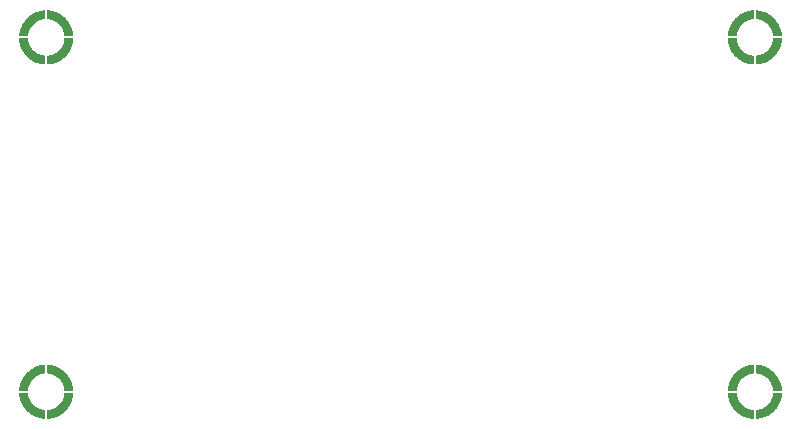
<source format=gtp>
G04 Layer: TopPasteMaskLayer*
G04 EasyEDA v6.5.22, 2023-04-21 16:03:43*
G04 4c68439a23b5444c8928c868920feb27,770f932475b44407b2c7c1ef503837d0,10*
G04 Gerber Generator version 0.2*
G04 Scale: 100 percent, Rotated: No, Reflected: No *
G04 Dimensions in millimeters *
G04 leading zeros omitted , absolute positions ,4 integer and 5 decimal *
%FSLAX45Y45*%
%MOMM*%

%ADD10C,0.0001*%

%LPD*%
G36*
X-5990348Y229692D02*
G01*
X-5990348Y154691D01*
X-5984623Y154226D01*
X-5978918Y153548D01*
X-5973241Y152659D01*
X-5967602Y151561D01*
X-5962007Y150253D01*
X-5956467Y148742D01*
X-5950983Y147025D01*
X-5945568Y145105D01*
X-5940229Y142986D01*
X-5934971Y140672D01*
X-5929802Y138163D01*
X-5924730Y135465D01*
X-5919762Y132582D01*
X-5914903Y129517D01*
X-5910163Y126271D01*
X-5905545Y122854D01*
X-5901057Y119268D01*
X-5896703Y115516D01*
X-5892495Y111607D01*
X-5888433Y107546D01*
X-5884524Y103337D01*
X-5880773Y98983D01*
X-5877186Y94495D01*
X-5873770Y89877D01*
X-5870524Y85138D01*
X-5867458Y80279D01*
X-5864575Y75310D01*
X-5861878Y70238D01*
X-5859368Y65069D01*
X-5857054Y59811D01*
X-5854936Y54472D01*
X-5853015Y49057D01*
X-5851298Y43573D01*
X-5849787Y38033D01*
X-5848479Y32438D01*
X-5847382Y26799D01*
X-5846493Y21122D01*
X-5845815Y15417D01*
X-5845350Y9692D01*
X-5770349Y9692D01*
X-5770750Y16654D01*
X-5771365Y23599D01*
X-5772188Y30523D01*
X-5773221Y37419D01*
X-5774463Y44282D01*
X-5775911Y51102D01*
X-5777567Y57876D01*
X-5779427Y64597D01*
X-5781489Y71257D01*
X-5783752Y77853D01*
X-5786216Y84376D01*
X-5788875Y90822D01*
X-5791728Y97185D01*
X-5794773Y103459D01*
X-5798007Y109636D01*
X-5801426Y115714D01*
X-5805027Y121683D01*
X-5808809Y127543D01*
X-5812767Y133283D01*
X-5816897Y138904D01*
X-5821194Y144393D01*
X-5825657Y149753D01*
X-5830280Y154973D01*
X-5835058Y160050D01*
X-5839990Y164983D01*
X-5845068Y169760D01*
X-5850288Y174383D01*
X-5855647Y178846D01*
X-5861136Y183144D01*
X-5866757Y187274D01*
X-5872497Y191231D01*
X-5878357Y195013D01*
X-5884326Y198615D01*
X-5890404Y202034D01*
X-5896582Y205267D01*
X-5902855Y208313D01*
X-5909218Y211165D01*
X-5915665Y213824D01*
X-5922187Y216288D01*
X-5928784Y218551D01*
X-5935444Y220614D01*
X-5942164Y222473D01*
X-5948939Y224129D01*
X-5955758Y225577D01*
X-5962622Y226819D01*
X-5969518Y227853D01*
X-5976442Y228676D01*
X-5983386Y229290D01*
G37*
G36*
X-6009645Y-229692D02*
G01*
X-6009645Y-154691D01*
X-6015370Y-154226D01*
X-6021075Y-153548D01*
X-6026751Y-152659D01*
X-6032390Y-151561D01*
X-6037986Y-150253D01*
X-6043526Y-148742D01*
X-6049010Y-147025D01*
X-6054425Y-145105D01*
X-6059764Y-142986D01*
X-6065022Y-140672D01*
X-6070191Y-138163D01*
X-6075263Y-135465D01*
X-6080231Y-132582D01*
X-6085090Y-129517D01*
X-6089830Y-126271D01*
X-6094448Y-122854D01*
X-6098936Y-119268D01*
X-6103289Y-115516D01*
X-6107498Y-111607D01*
X-6111560Y-107546D01*
X-6115469Y-103337D01*
X-6119220Y-98983D01*
X-6122807Y-94495D01*
X-6126223Y-89877D01*
X-6129469Y-85138D01*
X-6132535Y-80279D01*
X-6135418Y-75310D01*
X-6138115Y-70238D01*
X-6140625Y-65069D01*
X-6142939Y-59811D01*
X-6145057Y-54472D01*
X-6146977Y-49057D01*
X-6148694Y-43573D01*
X-6150206Y-38033D01*
X-6151514Y-32438D01*
X-6152611Y-26799D01*
X-6153500Y-21122D01*
X-6154178Y-15417D01*
X-6154643Y-9692D01*
X-6229644Y-9692D01*
X-6229243Y-16654D01*
X-6228628Y-23599D01*
X-6227805Y-30523D01*
X-6226771Y-37419D01*
X-6225529Y-44282D01*
X-6224082Y-51102D01*
X-6222425Y-57876D01*
X-6220566Y-64597D01*
X-6218504Y-71257D01*
X-6216241Y-77853D01*
X-6213777Y-84376D01*
X-6211117Y-90822D01*
X-6208265Y-97185D01*
X-6205219Y-103459D01*
X-6201986Y-109636D01*
X-6198567Y-115714D01*
X-6194966Y-121683D01*
X-6191183Y-127543D01*
X-6187226Y-133283D01*
X-6183096Y-138904D01*
X-6178798Y-144393D01*
X-6174336Y-149753D01*
X-6169713Y-154973D01*
X-6164935Y-160050D01*
X-6160002Y-164983D01*
X-6154925Y-169760D01*
X-6149705Y-174383D01*
X-6144346Y-178846D01*
X-6138857Y-183144D01*
X-6133236Y-187274D01*
X-6127495Y-191231D01*
X-6121636Y-195013D01*
X-6115667Y-198615D01*
X-6109588Y-202034D01*
X-6103411Y-205267D01*
X-6097137Y-208313D01*
X-6090775Y-211165D01*
X-6084328Y-213824D01*
X-6077805Y-216288D01*
X-6071209Y-218551D01*
X-6064549Y-220614D01*
X-6057828Y-222473D01*
X-6051054Y-224129D01*
X-6044234Y-225577D01*
X-6037371Y-226819D01*
X-6030475Y-227853D01*
X-6023551Y-228676D01*
X-6016607Y-229290D01*
G37*
G36*
X-6229685Y9649D02*
G01*
X-6154684Y9649D01*
X-6154216Y15374D01*
X-6153536Y21079D01*
X-6152652Y26756D01*
X-6151554Y32392D01*
X-6150241Y37990D01*
X-6148735Y43527D01*
X-6147015Y49014D01*
X-6145093Y54429D01*
X-6142974Y59768D01*
X-6140665Y65026D01*
X-6138153Y70195D01*
X-6135453Y75267D01*
X-6132573Y80236D01*
X-6129507Y85095D01*
X-6126264Y89834D01*
X-6122842Y94452D01*
X-6119256Y98940D01*
X-6115504Y103294D01*
X-6111595Y107502D01*
X-6107539Y111561D01*
X-6103330Y115473D01*
X-6098974Y119225D01*
X-6094486Y122811D01*
X-6089870Y126227D01*
X-6085131Y129473D01*
X-6080272Y132537D01*
X-6075304Y135420D01*
X-6070226Y138120D01*
X-6065060Y140629D01*
X-6059799Y142941D01*
X-6054460Y145059D01*
X-6049048Y146982D01*
X-6043561Y148699D01*
X-6038027Y150210D01*
X-6032426Y151518D01*
X-6026787Y152615D01*
X-6021110Y153504D01*
X-6015408Y154183D01*
X-6009685Y154647D01*
X-6009685Y229649D01*
X-6016642Y229247D01*
X-6023587Y228633D01*
X-6030511Y227810D01*
X-6037409Y226776D01*
X-6044272Y225531D01*
X-6051092Y224086D01*
X-6057869Y222430D01*
X-6064585Y220568D01*
X-6071250Y218508D01*
X-6077841Y216245D01*
X-6084366Y213779D01*
X-6090813Y211122D01*
X-6097176Y208269D01*
X-6103447Y205224D01*
X-6109629Y201990D01*
X-6115705Y198572D01*
X-6121671Y194970D01*
X-6127531Y191188D01*
X-6133277Y187231D01*
X-6138895Y183100D01*
X-6144381Y178803D01*
X-6149741Y174340D01*
X-6154961Y169717D01*
X-6160041Y164937D01*
X-6164971Y160007D01*
X-6169753Y154927D01*
X-6174374Y149707D01*
X-6178839Y144350D01*
X-6183134Y138861D01*
X-6187262Y133240D01*
X-6191219Y127500D01*
X-6195006Y121640D01*
X-6198603Y115671D01*
X-6202024Y109593D01*
X-6205255Y103413D01*
X-6208306Y97142D01*
X-6211155Y90777D01*
X-6213812Y84333D01*
X-6216276Y77807D01*
X-6218544Y71213D01*
X-6220602Y64554D01*
X-6222461Y57833D01*
X-6224117Y51059D01*
X-6225567Y44236D01*
X-6226807Y37376D01*
X-6227846Y30480D01*
X-6228669Y23553D01*
X-6229278Y16609D01*
G37*
G36*
X-5770298Y-9646D02*
G01*
X-5845299Y-9646D01*
X-5845761Y-15374D01*
X-5846439Y-21079D01*
X-5847328Y-26753D01*
X-5848428Y-32392D01*
X-5849736Y-37988D01*
X-5851245Y-43527D01*
X-5852962Y-49014D01*
X-5854887Y-54427D01*
X-5857006Y-59766D01*
X-5859315Y-65026D01*
X-5861824Y-70195D01*
X-5864527Y-75265D01*
X-5867410Y-80233D01*
X-5870475Y-85092D01*
X-5873719Y-89832D01*
X-5877135Y-94452D01*
X-5880719Y-98940D01*
X-5884473Y-103291D01*
X-5888385Y-107500D01*
X-5892444Y-111561D01*
X-5896653Y-115473D01*
X-5901004Y-119225D01*
X-5905492Y-122809D01*
X-5910112Y-126225D01*
X-5914852Y-129471D01*
X-5919711Y-132537D01*
X-5924679Y-135420D01*
X-5929749Y-138120D01*
X-5934918Y-140627D01*
X-5940178Y-142941D01*
X-5945517Y-145059D01*
X-5950930Y-146979D01*
X-5956419Y-148696D01*
X-5961954Y-150207D01*
X-5967554Y-151516D01*
X-5973190Y-152613D01*
X-5978865Y-153504D01*
X-5984570Y-154180D01*
X-5990297Y-154645D01*
X-5990297Y-229646D01*
X-5983338Y-229247D01*
X-5976393Y-228630D01*
X-5969467Y-227807D01*
X-5962573Y-226773D01*
X-5955710Y-225531D01*
X-5948885Y-224083D01*
X-5942114Y-222427D01*
X-5935393Y-220568D01*
X-5928730Y-218506D01*
X-5922139Y-216245D01*
X-5915611Y-213779D01*
X-5909170Y-211122D01*
X-5902802Y-208267D01*
X-5896533Y-205221D01*
X-5890353Y-201988D01*
X-5884278Y-198569D01*
X-5878304Y-194967D01*
X-5872446Y-191185D01*
X-5866704Y-187228D01*
X-5861088Y-183100D01*
X-5855594Y-178800D01*
X-5850239Y-174337D01*
X-5845020Y-169715D01*
X-5839942Y-164937D01*
X-5835009Y-160004D01*
X-5830229Y-154927D01*
X-5825609Y-149707D01*
X-5821144Y-144350D01*
X-5816843Y-138859D01*
X-5812716Y-133238D01*
X-5808759Y-127497D01*
X-5804974Y-121640D01*
X-5801375Y-115669D01*
X-5797953Y-109590D01*
X-5794722Y-103413D01*
X-5791674Y-97142D01*
X-5788822Y-90777D01*
X-5786168Y-84330D01*
X-5783699Y-77807D01*
X-5781436Y-71211D01*
X-5779378Y-64551D01*
X-5777517Y-57830D01*
X-5775860Y-51059D01*
X-5774415Y-44236D01*
X-5773171Y-37373D01*
X-5772137Y-30477D01*
X-5771314Y-23553D01*
X-5770697Y-16609D01*
G37*
G36*
X-5990348Y-2770301D02*
G01*
X-5990348Y-2845302D01*
X-5984623Y-2845767D01*
X-5978918Y-2846445D01*
X-5973241Y-2847334D01*
X-5967602Y-2848432D01*
X-5962007Y-2849740D01*
X-5956467Y-2851251D01*
X-5950983Y-2852968D01*
X-5945568Y-2854888D01*
X-5940229Y-2857007D01*
X-5934971Y-2859321D01*
X-5929802Y-2861830D01*
X-5924730Y-2864528D01*
X-5919762Y-2867411D01*
X-5914903Y-2870476D01*
X-5910163Y-2873722D01*
X-5905545Y-2877139D01*
X-5901057Y-2880725D01*
X-5896703Y-2884477D01*
X-5892495Y-2888386D01*
X-5888433Y-2892447D01*
X-5884524Y-2896656D01*
X-5880773Y-2901010D01*
X-5877186Y-2905498D01*
X-5873770Y-2910116D01*
X-5870524Y-2914855D01*
X-5867458Y-2919714D01*
X-5864575Y-2924682D01*
X-5861878Y-2929755D01*
X-5859368Y-2934924D01*
X-5857054Y-2940182D01*
X-5854936Y-2945521D01*
X-5853015Y-2950936D01*
X-5851298Y-2956420D01*
X-5849787Y-2961960D01*
X-5848479Y-2967555D01*
X-5847382Y-2973194D01*
X-5846493Y-2978871D01*
X-5845815Y-2984576D01*
X-5845350Y-2990301D01*
X-5770349Y-2990301D01*
X-5770750Y-2983339D01*
X-5771365Y-2976394D01*
X-5772188Y-2969470D01*
X-5773221Y-2962574D01*
X-5774463Y-2955711D01*
X-5775911Y-2948891D01*
X-5777567Y-2942117D01*
X-5779427Y-2935396D01*
X-5781489Y-2928736D01*
X-5783752Y-2922140D01*
X-5786216Y-2915617D01*
X-5788875Y-2909171D01*
X-5791728Y-2902808D01*
X-5794773Y-2896534D01*
X-5798007Y-2890357D01*
X-5801426Y-2884279D01*
X-5805027Y-2878310D01*
X-5808809Y-2872450D01*
X-5812767Y-2866710D01*
X-5816897Y-2861089D01*
X-5821194Y-2855600D01*
X-5825657Y-2850240D01*
X-5830280Y-2845020D01*
X-5835058Y-2839943D01*
X-5839990Y-2835010D01*
X-5845068Y-2830233D01*
X-5850288Y-2825610D01*
X-5855647Y-2821147D01*
X-5861136Y-2816849D01*
X-5866757Y-2812719D01*
X-5872497Y-2808762D01*
X-5878357Y-2804980D01*
X-5884326Y-2801378D01*
X-5890404Y-2797959D01*
X-5896582Y-2794726D01*
X-5902855Y-2791680D01*
X-5909218Y-2788828D01*
X-5915665Y-2786169D01*
X-5922187Y-2783705D01*
X-5928784Y-2781442D01*
X-5935444Y-2779379D01*
X-5942164Y-2777520D01*
X-5948939Y-2775864D01*
X-5955758Y-2774416D01*
X-5962622Y-2773174D01*
X-5969518Y-2772140D01*
X-5976442Y-2771317D01*
X-5983386Y-2770703D01*
G37*
G36*
X-6009645Y-3229686D02*
G01*
X-6009645Y-3154685D01*
X-6015370Y-3154220D01*
X-6021075Y-3153542D01*
X-6026751Y-3152653D01*
X-6032390Y-3151555D01*
X-6037986Y-3150247D01*
X-6043526Y-3148736D01*
X-6049010Y-3147019D01*
X-6054425Y-3145099D01*
X-6059764Y-3142980D01*
X-6065022Y-3140666D01*
X-6070191Y-3138157D01*
X-6075263Y-3135459D01*
X-6080231Y-3132576D01*
X-6085090Y-3129511D01*
X-6089830Y-3126265D01*
X-6094448Y-3122848D01*
X-6098936Y-3119262D01*
X-6103289Y-3115510D01*
X-6107498Y-3111601D01*
X-6111560Y-3107540D01*
X-6115469Y-3103331D01*
X-6119220Y-3098977D01*
X-6122807Y-3094489D01*
X-6126223Y-3089871D01*
X-6129469Y-3085132D01*
X-6132535Y-3080273D01*
X-6135418Y-3075305D01*
X-6138115Y-3070232D01*
X-6140625Y-3065063D01*
X-6142939Y-3059805D01*
X-6145057Y-3054466D01*
X-6146977Y-3049051D01*
X-6148694Y-3043567D01*
X-6150206Y-3038027D01*
X-6151514Y-3032432D01*
X-6152611Y-3026793D01*
X-6153500Y-3021116D01*
X-6154178Y-3015411D01*
X-6154643Y-3009686D01*
X-6229644Y-3009686D01*
X-6229243Y-3016648D01*
X-6228628Y-3023593D01*
X-6227805Y-3030517D01*
X-6226771Y-3037413D01*
X-6225529Y-3044276D01*
X-6224082Y-3051096D01*
X-6222425Y-3057870D01*
X-6220566Y-3064591D01*
X-6218504Y-3071251D01*
X-6216241Y-3077847D01*
X-6213777Y-3084370D01*
X-6211117Y-3090816D01*
X-6208265Y-3097179D01*
X-6205219Y-3103453D01*
X-6201986Y-3109630D01*
X-6198567Y-3115708D01*
X-6194966Y-3121677D01*
X-6191183Y-3127537D01*
X-6187226Y-3133277D01*
X-6183096Y-3138898D01*
X-6178798Y-3144387D01*
X-6174336Y-3149747D01*
X-6169713Y-3154967D01*
X-6164935Y-3160044D01*
X-6160002Y-3164977D01*
X-6154925Y-3169754D01*
X-6149705Y-3174377D01*
X-6144346Y-3178840D01*
X-6138857Y-3183138D01*
X-6133236Y-3187268D01*
X-6127495Y-3191225D01*
X-6121636Y-3195007D01*
X-6115667Y-3198609D01*
X-6109588Y-3202028D01*
X-6103411Y-3205261D01*
X-6097137Y-3208307D01*
X-6090775Y-3211159D01*
X-6084328Y-3213818D01*
X-6077805Y-3216282D01*
X-6071209Y-3218545D01*
X-6064549Y-3220608D01*
X-6057828Y-3222467D01*
X-6051054Y-3224123D01*
X-6044234Y-3225571D01*
X-6037371Y-3226813D01*
X-6030475Y-3227847D01*
X-6023551Y-3228670D01*
X-6016607Y-3229284D01*
G37*
G36*
X-6229685Y-2990344D02*
G01*
X-6154684Y-2990344D01*
X-6154216Y-2984619D01*
X-6153536Y-2978914D01*
X-6152652Y-2973237D01*
X-6151554Y-2967601D01*
X-6150241Y-2962003D01*
X-6148735Y-2956466D01*
X-6147015Y-2950979D01*
X-6145093Y-2945564D01*
X-6142974Y-2940225D01*
X-6140665Y-2934967D01*
X-6138153Y-2929798D01*
X-6135453Y-2924726D01*
X-6132573Y-2919757D01*
X-6129507Y-2914898D01*
X-6126264Y-2910159D01*
X-6122842Y-2905541D01*
X-6119256Y-2901053D01*
X-6115504Y-2896699D01*
X-6111595Y-2892491D01*
X-6107539Y-2888432D01*
X-6103330Y-2884520D01*
X-6098974Y-2880768D01*
X-6094486Y-2877182D01*
X-6089870Y-2873766D01*
X-6085131Y-2870520D01*
X-6080272Y-2867456D01*
X-6075304Y-2864573D01*
X-6070226Y-2861873D01*
X-6065060Y-2859364D01*
X-6059799Y-2857052D01*
X-6054460Y-2854934D01*
X-6049048Y-2853011D01*
X-6043561Y-2851294D01*
X-6038027Y-2849783D01*
X-6032426Y-2848475D01*
X-6026787Y-2847378D01*
X-6021110Y-2846489D01*
X-6015408Y-2845810D01*
X-6009685Y-2845346D01*
X-6009685Y-2770344D01*
X-6016642Y-2770746D01*
X-6023587Y-2771360D01*
X-6030511Y-2772183D01*
X-6037409Y-2773217D01*
X-6044272Y-2774462D01*
X-6051092Y-2775907D01*
X-6057869Y-2777563D01*
X-6064585Y-2779425D01*
X-6071250Y-2781485D01*
X-6077841Y-2783748D01*
X-6084366Y-2786214D01*
X-6090813Y-2788871D01*
X-6097176Y-2791724D01*
X-6103447Y-2794769D01*
X-6109629Y-2798003D01*
X-6115705Y-2801421D01*
X-6121671Y-2805023D01*
X-6127531Y-2808805D01*
X-6133277Y-2812762D01*
X-6138895Y-2816893D01*
X-6144381Y-2821190D01*
X-6149741Y-2825653D01*
X-6154961Y-2830276D01*
X-6160041Y-2835056D01*
X-6164971Y-2839986D01*
X-6169753Y-2845066D01*
X-6174374Y-2850286D01*
X-6178839Y-2855643D01*
X-6183134Y-2861132D01*
X-6187262Y-2866753D01*
X-6191219Y-2872493D01*
X-6195006Y-2878353D01*
X-6198603Y-2884322D01*
X-6202024Y-2890400D01*
X-6205255Y-2896580D01*
X-6208306Y-2902851D01*
X-6211155Y-2909216D01*
X-6213812Y-2915660D01*
X-6216276Y-2922186D01*
X-6218544Y-2928780D01*
X-6220602Y-2935439D01*
X-6222461Y-2942160D01*
X-6224117Y-2948934D01*
X-6225567Y-2955757D01*
X-6226807Y-2962617D01*
X-6227846Y-2969514D01*
X-6228669Y-2976440D01*
X-6229278Y-2983384D01*
G37*
G36*
X-5770298Y-3009640D02*
G01*
X-5845299Y-3009640D01*
X-5845761Y-3015368D01*
X-5846439Y-3021073D01*
X-5847328Y-3026747D01*
X-5848428Y-3032386D01*
X-5849736Y-3037982D01*
X-5851245Y-3043521D01*
X-5852962Y-3049008D01*
X-5854887Y-3054421D01*
X-5857006Y-3059760D01*
X-5859315Y-3065020D01*
X-5861824Y-3070189D01*
X-5864527Y-3075259D01*
X-5867410Y-3080227D01*
X-5870475Y-3085086D01*
X-5873719Y-3089826D01*
X-5877135Y-3094446D01*
X-5880719Y-3098934D01*
X-5884473Y-3103285D01*
X-5888385Y-3107494D01*
X-5892444Y-3111555D01*
X-5896653Y-3115467D01*
X-5901004Y-3119219D01*
X-5905492Y-3122802D01*
X-5910112Y-3126219D01*
X-5914852Y-3129465D01*
X-5919711Y-3132531D01*
X-5924679Y-3135414D01*
X-5929749Y-3138114D01*
X-5934918Y-3140621D01*
X-5940178Y-3142935D01*
X-5945517Y-3145053D01*
X-5950930Y-3146973D01*
X-5956419Y-3148690D01*
X-5961954Y-3150201D01*
X-5967554Y-3151510D01*
X-5973190Y-3152607D01*
X-5978865Y-3153498D01*
X-5984570Y-3154174D01*
X-5990297Y-3154639D01*
X-5990297Y-3229640D01*
X-5983338Y-3229241D01*
X-5976393Y-3228624D01*
X-5969467Y-3227801D01*
X-5962573Y-3226767D01*
X-5955710Y-3225525D01*
X-5948885Y-3224077D01*
X-5942114Y-3222421D01*
X-5935393Y-3220562D01*
X-5928730Y-3218500D01*
X-5922139Y-3216239D01*
X-5915611Y-3213773D01*
X-5909170Y-3211116D01*
X-5902802Y-3208261D01*
X-5896533Y-3205215D01*
X-5890353Y-3201982D01*
X-5884278Y-3198563D01*
X-5878304Y-3194961D01*
X-5872446Y-3191179D01*
X-5866704Y-3187222D01*
X-5861088Y-3183094D01*
X-5855594Y-3178794D01*
X-5850239Y-3174331D01*
X-5845020Y-3169709D01*
X-5839942Y-3164931D01*
X-5835009Y-3159998D01*
X-5830229Y-3154921D01*
X-5825609Y-3149701D01*
X-5821144Y-3144344D01*
X-5816843Y-3138853D01*
X-5812716Y-3133232D01*
X-5808759Y-3127491D01*
X-5804974Y-3121634D01*
X-5801375Y-3115663D01*
X-5797953Y-3109584D01*
X-5794722Y-3103407D01*
X-5791674Y-3097136D01*
X-5788822Y-3090771D01*
X-5786168Y-3084324D01*
X-5783699Y-3077801D01*
X-5781436Y-3071205D01*
X-5779378Y-3064545D01*
X-5777517Y-3057824D01*
X-5775860Y-3051053D01*
X-5774415Y-3044230D01*
X-5773171Y-3037367D01*
X-5772137Y-3030471D01*
X-5771314Y-3023547D01*
X-5770697Y-3016603D01*
G37*
G36*
X9639Y-2770301D02*
G01*
X9639Y-2845302D01*
X15364Y-2845767D01*
X21069Y-2846445D01*
X26746Y-2847334D01*
X32385Y-2848432D01*
X37980Y-2849740D01*
X43520Y-2851251D01*
X49004Y-2852968D01*
X54419Y-2854888D01*
X59758Y-2857007D01*
X65016Y-2859321D01*
X70185Y-2861830D01*
X75257Y-2864528D01*
X80225Y-2867411D01*
X85084Y-2870476D01*
X89824Y-2873722D01*
X94442Y-2877139D01*
X98930Y-2880725D01*
X103284Y-2884477D01*
X107492Y-2888386D01*
X111554Y-2892447D01*
X115463Y-2896656D01*
X119214Y-2901010D01*
X122801Y-2905498D01*
X126217Y-2910116D01*
X129463Y-2914855D01*
X132529Y-2919714D01*
X135412Y-2924682D01*
X138109Y-2929755D01*
X140619Y-2934924D01*
X142933Y-2940182D01*
X145051Y-2945521D01*
X146972Y-2950936D01*
X148689Y-2956420D01*
X150200Y-2961960D01*
X151508Y-2967555D01*
X152605Y-2973194D01*
X153494Y-2978871D01*
X154172Y-2984576D01*
X154637Y-2990301D01*
X229638Y-2990301D01*
X229237Y-2983339D01*
X228622Y-2976394D01*
X227799Y-2969470D01*
X226766Y-2962574D01*
X225524Y-2955711D01*
X224076Y-2948891D01*
X222420Y-2942117D01*
X220560Y-2935396D01*
X218498Y-2928736D01*
X216235Y-2922140D01*
X213771Y-2915617D01*
X211112Y-2909171D01*
X208259Y-2902808D01*
X205214Y-2896534D01*
X201980Y-2890357D01*
X198561Y-2884279D01*
X194960Y-2878310D01*
X191178Y-2872450D01*
X187220Y-2866710D01*
X183090Y-2861089D01*
X178793Y-2855600D01*
X174330Y-2850240D01*
X169707Y-2845020D01*
X164929Y-2839943D01*
X159997Y-2835010D01*
X154919Y-2830233D01*
X149699Y-2825610D01*
X144340Y-2821147D01*
X138851Y-2816849D01*
X133230Y-2812719D01*
X127490Y-2808762D01*
X121630Y-2804980D01*
X115661Y-2801378D01*
X109583Y-2797959D01*
X103405Y-2794726D01*
X97132Y-2791680D01*
X90769Y-2788828D01*
X84322Y-2786169D01*
X77800Y-2783705D01*
X71203Y-2781442D01*
X64543Y-2779379D01*
X57823Y-2777520D01*
X51048Y-2775864D01*
X44229Y-2774416D01*
X37365Y-2773174D01*
X30469Y-2772140D01*
X23545Y-2771317D01*
X16601Y-2770703D01*
G37*
G36*
X-9657Y-3229686D02*
G01*
X-9657Y-3154685D01*
X-15382Y-3154220D01*
X-21087Y-3153542D01*
X-26763Y-3152653D01*
X-32402Y-3151555D01*
X-37998Y-3150247D01*
X-43538Y-3148736D01*
X-49021Y-3147019D01*
X-54437Y-3145099D01*
X-59776Y-3142980D01*
X-65034Y-3140666D01*
X-70203Y-3138157D01*
X-75275Y-3135459D01*
X-80243Y-3132576D01*
X-85102Y-3129511D01*
X-89842Y-3126265D01*
X-94460Y-3122848D01*
X-98948Y-3119262D01*
X-103301Y-3115510D01*
X-107510Y-3111601D01*
X-111572Y-3107540D01*
X-115481Y-3103331D01*
X-119232Y-3098977D01*
X-122819Y-3094489D01*
X-126235Y-3089871D01*
X-129481Y-3085132D01*
X-132547Y-3080273D01*
X-135430Y-3075305D01*
X-138127Y-3070232D01*
X-140637Y-3065063D01*
X-142951Y-3059805D01*
X-145069Y-3054466D01*
X-146989Y-3049051D01*
X-148706Y-3043567D01*
X-150218Y-3038027D01*
X-151526Y-3032432D01*
X-152623Y-3026793D01*
X-153512Y-3021116D01*
X-154190Y-3015411D01*
X-154655Y-3009686D01*
X-229656Y-3009686D01*
X-229255Y-3016648D01*
X-228640Y-3023593D01*
X-227817Y-3030517D01*
X-226783Y-3037413D01*
X-225541Y-3044276D01*
X-224094Y-3051096D01*
X-222437Y-3057870D01*
X-220578Y-3064591D01*
X-218516Y-3071251D01*
X-216253Y-3077847D01*
X-213789Y-3084370D01*
X-211129Y-3090816D01*
X-208277Y-3097179D01*
X-205231Y-3103453D01*
X-201998Y-3109630D01*
X-198579Y-3115708D01*
X-194978Y-3121677D01*
X-191195Y-3127537D01*
X-187238Y-3133277D01*
X-183108Y-3138898D01*
X-178810Y-3144387D01*
X-174348Y-3149747D01*
X-169725Y-3154967D01*
X-164947Y-3160044D01*
X-160014Y-3164977D01*
X-154937Y-3169754D01*
X-149717Y-3174377D01*
X-144358Y-3178840D01*
X-138869Y-3183138D01*
X-133248Y-3187268D01*
X-127507Y-3191225D01*
X-121648Y-3195007D01*
X-115679Y-3198609D01*
X-109600Y-3202028D01*
X-103423Y-3205261D01*
X-97149Y-3208307D01*
X-90787Y-3211159D01*
X-84340Y-3213818D01*
X-77817Y-3216282D01*
X-71221Y-3218545D01*
X-64561Y-3220608D01*
X-57840Y-3222467D01*
X-51066Y-3224123D01*
X-44246Y-3225571D01*
X-37383Y-3226813D01*
X-30487Y-3227847D01*
X-23563Y-3228670D01*
X-16619Y-3229284D01*
G37*
G36*
X-229697Y-2990344D02*
G01*
X-154696Y-2990344D01*
X-154228Y-2984619D01*
X-153548Y-2978914D01*
X-152664Y-2973237D01*
X-151566Y-2967601D01*
X-150253Y-2962003D01*
X-148747Y-2956466D01*
X-147027Y-2950979D01*
X-145105Y-2945564D01*
X-142986Y-2940225D01*
X-140677Y-2934967D01*
X-138165Y-2929798D01*
X-135465Y-2924726D01*
X-132585Y-2919757D01*
X-129519Y-2914898D01*
X-126276Y-2910159D01*
X-122854Y-2905541D01*
X-119268Y-2901053D01*
X-115516Y-2896699D01*
X-111607Y-2892491D01*
X-107551Y-2888432D01*
X-103342Y-2884520D01*
X-98986Y-2880768D01*
X-94498Y-2877182D01*
X-89882Y-2873766D01*
X-85143Y-2870520D01*
X-80284Y-2867456D01*
X-75316Y-2864573D01*
X-70238Y-2861873D01*
X-65072Y-2859364D01*
X-59811Y-2857052D01*
X-54472Y-2854934D01*
X-49060Y-2853011D01*
X-43573Y-2851294D01*
X-38039Y-2849783D01*
X-32438Y-2848475D01*
X-26799Y-2847378D01*
X-21122Y-2846489D01*
X-15420Y-2845810D01*
X-9697Y-2845346D01*
X-9697Y-2770344D01*
X-16654Y-2770746D01*
X-23599Y-2771360D01*
X-30523Y-2772183D01*
X-37421Y-2773217D01*
X-44284Y-2774462D01*
X-51104Y-2775907D01*
X-57881Y-2777563D01*
X-64597Y-2779425D01*
X-71262Y-2781485D01*
X-77853Y-2783748D01*
X-84378Y-2786214D01*
X-90825Y-2788871D01*
X-97188Y-2791724D01*
X-103459Y-2794769D01*
X-109641Y-2798003D01*
X-115717Y-2801421D01*
X-121683Y-2805023D01*
X-127543Y-2808805D01*
X-133289Y-2812762D01*
X-138907Y-2816893D01*
X-144393Y-2821190D01*
X-149753Y-2825653D01*
X-154973Y-2830276D01*
X-160053Y-2835056D01*
X-164983Y-2839986D01*
X-169765Y-2845066D01*
X-174386Y-2850286D01*
X-178851Y-2855643D01*
X-183146Y-2861132D01*
X-187274Y-2866753D01*
X-191231Y-2872493D01*
X-195018Y-2878353D01*
X-198615Y-2884322D01*
X-202036Y-2890400D01*
X-205267Y-2896580D01*
X-208318Y-2902851D01*
X-211167Y-2909216D01*
X-213824Y-2915660D01*
X-216288Y-2922186D01*
X-218556Y-2928780D01*
X-220614Y-2935439D01*
X-222473Y-2942160D01*
X-224129Y-2948934D01*
X-225579Y-2955757D01*
X-226819Y-2962617D01*
X-227858Y-2969514D01*
X-228681Y-2976440D01*
X-229290Y-2983384D01*
G37*
G36*
X229689Y-3009640D02*
G01*
X154688Y-3009640D01*
X154226Y-3015368D01*
X153548Y-3021073D01*
X152659Y-3026747D01*
X151559Y-3032386D01*
X150251Y-3037982D01*
X148742Y-3043521D01*
X147025Y-3049008D01*
X145100Y-3054421D01*
X142981Y-3059760D01*
X140672Y-3065020D01*
X138163Y-3070189D01*
X135460Y-3075259D01*
X132577Y-3080227D01*
X129512Y-3085086D01*
X126268Y-3089826D01*
X122852Y-3094446D01*
X119268Y-3098934D01*
X115514Y-3103285D01*
X111602Y-3107494D01*
X107543Y-3111555D01*
X103334Y-3115467D01*
X98983Y-3119219D01*
X94495Y-3122802D01*
X89875Y-3126219D01*
X85135Y-3129465D01*
X80276Y-3132531D01*
X75308Y-3135414D01*
X70238Y-3138114D01*
X65069Y-3140621D01*
X59809Y-3142935D01*
X54470Y-3145053D01*
X49057Y-3146973D01*
X43568Y-3148690D01*
X38033Y-3150201D01*
X32433Y-3151510D01*
X26797Y-3152607D01*
X21122Y-3153498D01*
X15417Y-3154174D01*
X9690Y-3154639D01*
X9690Y-3229640D01*
X16649Y-3229241D01*
X23594Y-3228624D01*
X30520Y-3227801D01*
X37414Y-3226767D01*
X44277Y-3225525D01*
X51102Y-3224077D01*
X57873Y-3222421D01*
X64594Y-3220562D01*
X71257Y-3218500D01*
X77848Y-3216239D01*
X84376Y-3213773D01*
X90817Y-3211116D01*
X97185Y-3208261D01*
X103454Y-3205215D01*
X109634Y-3201982D01*
X115709Y-3198563D01*
X121683Y-3194961D01*
X127541Y-3191179D01*
X133283Y-3187222D01*
X138899Y-3183094D01*
X144393Y-3178794D01*
X149748Y-3174331D01*
X154967Y-3169709D01*
X160045Y-3164931D01*
X164978Y-3159998D01*
X169758Y-3154921D01*
X174378Y-3149701D01*
X178843Y-3144344D01*
X183144Y-3138853D01*
X187271Y-3133232D01*
X191228Y-3127491D01*
X195013Y-3121634D01*
X198612Y-3115663D01*
X202034Y-3109584D01*
X205265Y-3103407D01*
X208313Y-3097136D01*
X211165Y-3090771D01*
X213819Y-3084324D01*
X216288Y-3077801D01*
X218551Y-3071205D01*
X220609Y-3064545D01*
X222470Y-3057824D01*
X224127Y-3051053D01*
X225572Y-3044230D01*
X226816Y-3037367D01*
X227850Y-3030471D01*
X228673Y-3023547D01*
X229290Y-3016603D01*
G37*
G36*
X9639Y229689D02*
G01*
X9639Y154688D01*
X15364Y154223D01*
X21069Y153545D01*
X26746Y152656D01*
X32385Y151559D01*
X37980Y150251D01*
X43520Y148739D01*
X49004Y147022D01*
X54419Y145102D01*
X59758Y142984D01*
X65016Y140670D01*
X70185Y138160D01*
X75257Y135463D01*
X80225Y132580D01*
X85084Y129514D01*
X89824Y126268D01*
X94442Y122852D01*
X98930Y119265D01*
X103284Y115514D01*
X107492Y111605D01*
X111554Y107543D01*
X115463Y103334D01*
X119214Y98981D01*
X122801Y94493D01*
X126217Y89875D01*
X129463Y85135D01*
X132529Y80276D01*
X135412Y75308D01*
X138109Y70236D01*
X140619Y65067D01*
X142933Y59809D01*
X145051Y54470D01*
X146972Y49055D01*
X148689Y43571D01*
X150200Y38031D01*
X151508Y32435D01*
X152605Y26797D01*
X153494Y21120D01*
X154172Y15415D01*
X154637Y9690D01*
X229638Y9690D01*
X229237Y16652D01*
X228622Y23596D01*
X227799Y30520D01*
X226766Y37416D01*
X225524Y44279D01*
X224076Y51099D01*
X222420Y57873D01*
X220560Y64594D01*
X218498Y71254D01*
X216235Y77851D01*
X213771Y84373D01*
X211112Y90820D01*
X208259Y97182D01*
X205214Y103456D01*
X201980Y109634D01*
X198561Y115712D01*
X194960Y121681D01*
X191178Y127541D01*
X187220Y133281D01*
X183090Y138902D01*
X178793Y144391D01*
X174330Y149750D01*
X169707Y154970D01*
X164929Y160047D01*
X159997Y164980D01*
X154919Y169758D01*
X149699Y174381D01*
X144340Y178843D01*
X138851Y183141D01*
X133230Y187271D01*
X127490Y191228D01*
X121630Y195011D01*
X115661Y198612D01*
X109583Y202031D01*
X103405Y205265D01*
X97132Y208310D01*
X90769Y211162D01*
X84322Y213822D01*
X77800Y216286D01*
X71203Y218549D01*
X64543Y220611D01*
X57823Y222470D01*
X51048Y224127D01*
X44229Y225574D01*
X37365Y226816D01*
X30469Y227850D01*
X23545Y228673D01*
X16601Y229288D01*
G37*
G36*
X-9657Y-229694D02*
G01*
X-9657Y-154693D01*
X-15382Y-154228D01*
X-21087Y-153550D01*
X-26763Y-152661D01*
X-32402Y-151564D01*
X-37998Y-150256D01*
X-43538Y-148744D01*
X-49021Y-147027D01*
X-54437Y-145107D01*
X-59776Y-142989D01*
X-65034Y-140675D01*
X-70203Y-138165D01*
X-75275Y-135468D01*
X-80243Y-132585D01*
X-85102Y-129519D01*
X-89842Y-126273D01*
X-94460Y-122857D01*
X-98948Y-119270D01*
X-103301Y-115519D01*
X-107510Y-111610D01*
X-111572Y-107548D01*
X-115481Y-103339D01*
X-119232Y-98986D01*
X-122819Y-94498D01*
X-126235Y-89880D01*
X-129481Y-85140D01*
X-132547Y-80281D01*
X-135430Y-75313D01*
X-138127Y-70241D01*
X-140637Y-65072D01*
X-142951Y-59814D01*
X-145069Y-54475D01*
X-146989Y-49060D01*
X-148706Y-43576D01*
X-150218Y-38036D01*
X-151526Y-32440D01*
X-152623Y-26802D01*
X-153512Y-21125D01*
X-154190Y-15420D01*
X-154655Y-9695D01*
X-229656Y-9695D01*
X-229255Y-16657D01*
X-228640Y-23601D01*
X-227817Y-30525D01*
X-226783Y-37421D01*
X-225541Y-44284D01*
X-224094Y-51104D01*
X-222437Y-57878D01*
X-220578Y-64599D01*
X-218516Y-71259D01*
X-216253Y-77856D01*
X-213789Y-84378D01*
X-211129Y-90825D01*
X-208277Y-97188D01*
X-205231Y-103461D01*
X-201998Y-109639D01*
X-198579Y-115717D01*
X-194978Y-121686D01*
X-191195Y-127546D01*
X-187238Y-133286D01*
X-183108Y-138907D01*
X-178810Y-144396D01*
X-174348Y-149755D01*
X-169725Y-154975D01*
X-164947Y-160053D01*
X-160014Y-164985D01*
X-154937Y-169763D01*
X-149717Y-174386D01*
X-144358Y-178849D01*
X-138869Y-183146D01*
X-133248Y-187276D01*
X-127507Y-191234D01*
X-121648Y-195016D01*
X-115679Y-198617D01*
X-109600Y-202036D01*
X-103423Y-205270D01*
X-97149Y-208315D01*
X-90787Y-211167D01*
X-84340Y-213827D01*
X-77817Y-216291D01*
X-71221Y-218554D01*
X-64561Y-220616D01*
X-57840Y-222476D01*
X-51066Y-224132D01*
X-44246Y-225579D01*
X-37383Y-226822D01*
X-30487Y-227855D01*
X-23563Y-228678D01*
X-16619Y-229293D01*
G37*
G36*
X-229697Y9646D02*
G01*
X-154696Y9646D01*
X-154228Y15372D01*
X-153548Y21076D01*
X-152664Y26753D01*
X-151566Y32390D01*
X-150253Y37988D01*
X-148747Y43525D01*
X-147027Y49011D01*
X-145105Y54427D01*
X-142986Y59766D01*
X-140677Y65023D01*
X-138165Y70192D01*
X-135465Y75265D01*
X-132585Y80233D01*
X-129519Y85092D01*
X-126276Y89832D01*
X-122854Y94449D01*
X-119268Y98938D01*
X-115516Y103291D01*
X-111607Y107500D01*
X-107551Y111559D01*
X-103342Y115470D01*
X-98986Y119222D01*
X-94498Y122809D01*
X-89882Y126225D01*
X-85143Y129471D01*
X-80284Y132534D01*
X-75316Y135417D01*
X-70238Y138117D01*
X-65072Y140627D01*
X-59811Y142938D01*
X-54472Y145056D01*
X-49060Y146979D01*
X-43573Y148696D01*
X-38039Y150207D01*
X-32438Y151516D01*
X-26799Y152613D01*
X-21122Y153502D01*
X-15420Y154180D01*
X-9697Y154645D01*
X-9697Y229646D01*
X-16654Y229245D01*
X-23599Y228630D01*
X-30523Y227807D01*
X-37421Y226773D01*
X-44284Y225529D01*
X-51104Y224083D01*
X-57881Y222427D01*
X-64597Y220565D01*
X-71262Y218506D01*
X-77853Y216242D01*
X-84378Y213776D01*
X-90825Y211119D01*
X-97188Y208267D01*
X-103459Y205221D01*
X-109641Y201988D01*
X-115717Y198569D01*
X-121683Y194967D01*
X-127543Y191185D01*
X-133289Y187228D01*
X-138907Y183098D01*
X-144393Y178800D01*
X-149753Y174337D01*
X-154973Y169715D01*
X-160053Y164934D01*
X-164983Y160004D01*
X-169765Y154924D01*
X-174386Y149705D01*
X-178851Y144348D01*
X-183146Y138859D01*
X-187274Y133238D01*
X-191231Y127497D01*
X-195018Y121638D01*
X-198615Y115669D01*
X-202036Y109590D01*
X-205267Y103411D01*
X-208318Y97139D01*
X-211167Y90774D01*
X-213824Y84330D01*
X-216288Y77805D01*
X-218556Y71211D01*
X-220614Y64551D01*
X-222473Y57830D01*
X-224129Y51056D01*
X-225579Y44234D01*
X-226819Y37373D01*
X-227858Y30477D01*
X-228681Y23550D01*
X-229290Y16606D01*
G37*
G36*
X229689Y-9649D02*
G01*
X154688Y-9649D01*
X154226Y-15377D01*
X153548Y-21081D01*
X152659Y-26756D01*
X151559Y-32395D01*
X150251Y-37990D01*
X148742Y-43530D01*
X147025Y-49016D01*
X145100Y-54429D01*
X142981Y-59768D01*
X140672Y-65029D01*
X138163Y-70197D01*
X135460Y-75267D01*
X132577Y-80236D01*
X129512Y-85095D01*
X126268Y-89834D01*
X122852Y-94454D01*
X119268Y-98943D01*
X115514Y-103294D01*
X111602Y-107502D01*
X107543Y-111564D01*
X103334Y-115476D01*
X98983Y-119227D01*
X94495Y-122811D01*
X89875Y-126227D01*
X85135Y-129473D01*
X80276Y-132539D01*
X75308Y-135422D01*
X70238Y-138122D01*
X65069Y-140629D01*
X59809Y-142943D01*
X54470Y-145061D01*
X49057Y-146982D01*
X43568Y-148699D01*
X38033Y-150210D01*
X32433Y-151518D01*
X26797Y-152615D01*
X21122Y-153507D01*
X15417Y-154183D01*
X9690Y-154647D01*
X9690Y-229649D01*
X16649Y-229250D01*
X23594Y-228633D01*
X30520Y-227810D01*
X37414Y-226776D01*
X44277Y-225534D01*
X51102Y-224086D01*
X57873Y-222430D01*
X64594Y-220571D01*
X71257Y-218508D01*
X77848Y-216247D01*
X84376Y-213781D01*
X90817Y-211124D01*
X97185Y-208269D01*
X103454Y-205224D01*
X109634Y-201990D01*
X115709Y-198572D01*
X121683Y-194970D01*
X127541Y-191188D01*
X133283Y-187231D01*
X138899Y-183103D01*
X144393Y-178803D01*
X149748Y-174340D01*
X154967Y-169717D01*
X160045Y-164939D01*
X164978Y-160007D01*
X169758Y-154929D01*
X174378Y-149710D01*
X178843Y-144353D01*
X183144Y-138861D01*
X187271Y-133240D01*
X191228Y-127500D01*
X195013Y-121643D01*
X198612Y-115671D01*
X202034Y-109593D01*
X205265Y-103416D01*
X208313Y-97144D01*
X211165Y-90779D01*
X213819Y-84333D01*
X216288Y-77810D01*
X218551Y-71213D01*
X220609Y-64554D01*
X222470Y-57833D01*
X224127Y-51061D01*
X225572Y-44239D01*
X226816Y-37376D01*
X227850Y-30480D01*
X228673Y-23555D01*
X229290Y-16611D01*
G37*
M02*

</source>
